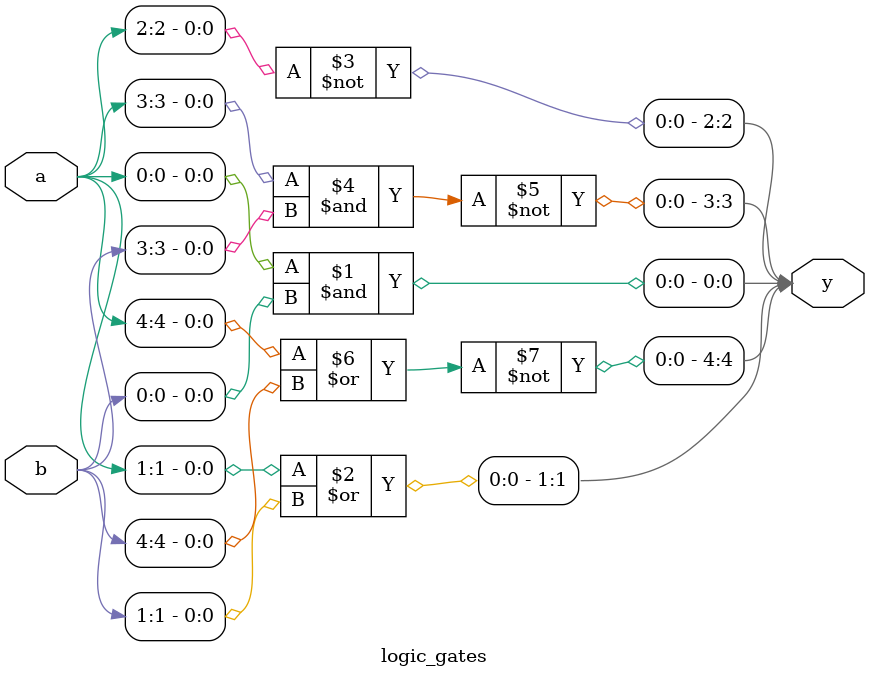
<source format=v>
`timescale 1ns / 1ps


module logic_gates(
input wire [4:0] a,b, output wire [4:0] y
    );
    assign y[0] = a[0]   & b[0];
    assign y[1] = a[1]   | b[1];
    assign y[2] =        ~a[2];
    assign y[3] = ~(a[3] & b[3]);
    assign y[4] = ~(a[4] | b[4]);
endmodule

</source>
